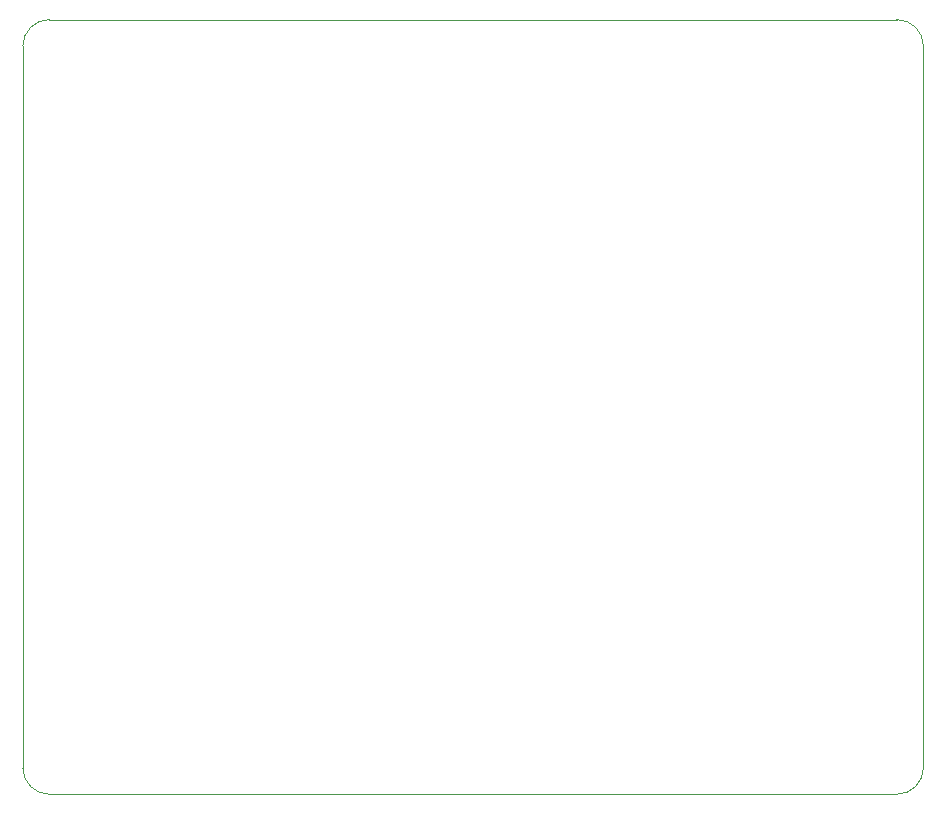
<source format=gm1>
G04 #@! TF.GenerationSoftware,KiCad,Pcbnew,5.1.10-88a1d61d58~90~ubuntu20.04.1*
G04 #@! TF.CreationDate,2021-11-20T18:16:27-05:00*
G04 #@! TF.ProjectId,WiFiSTMBoard,57694669-5354-44d4-926f-6172642e6b69,rev?*
G04 #@! TF.SameCoordinates,Original*
G04 #@! TF.FileFunction,Profile,NP*
%FSLAX46Y46*%
G04 Gerber Fmt 4.6, Leading zero omitted, Abs format (unit mm)*
G04 Created by KiCad (PCBNEW 5.1.10-88a1d61d58~90~ubuntu20.04.1) date 2021-11-20 18:16:27*
%MOMM*%
%LPD*%
G01*
G04 APERTURE LIST*
G04 #@! TA.AperFunction,Profile*
%ADD10C,0.050000*%
G04 #@! TD*
G04 APERTURE END LIST*
D10*
X73000000Y-75650000D02*
G75*
G02*
X75250000Y-73400000I2250000J0D01*
G01*
X147000000Y-73400000D02*
G75*
G02*
X149250000Y-75650000I0J-2250000D01*
G01*
X149250000Y-136750000D02*
G75*
G02*
X147000000Y-139000000I-2250000J0D01*
G01*
X75250000Y-139000000D02*
G75*
G02*
X73000000Y-136750000I0J2250000D01*
G01*
X147000000Y-139000000D02*
X75250000Y-139000000D01*
X149250000Y-75650000D02*
X149250000Y-136750000D01*
X75250000Y-73400000D02*
X147000000Y-73400000D01*
X73000000Y-136750000D02*
X73000000Y-75650000D01*
M02*

</source>
